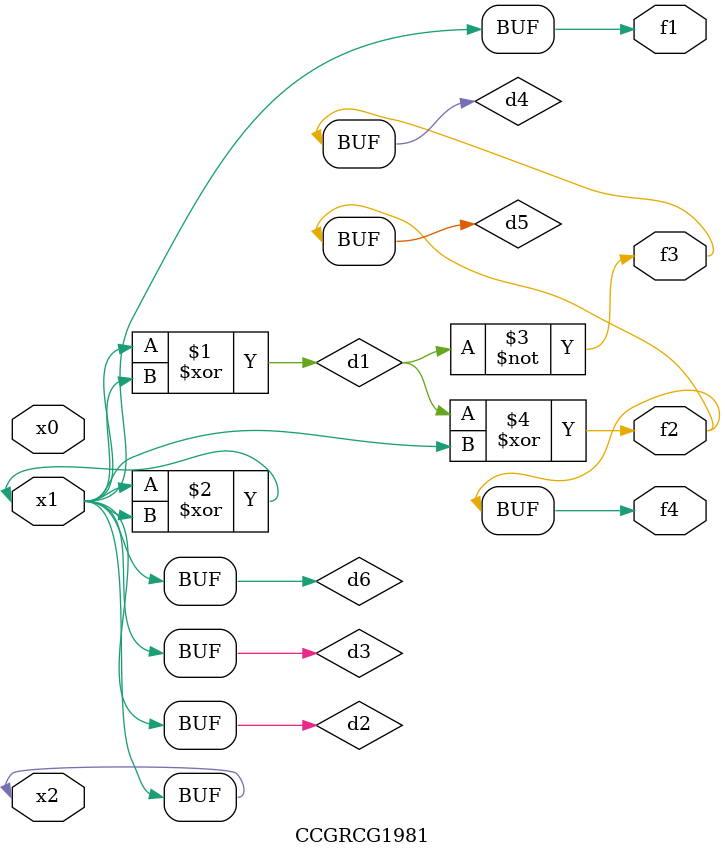
<source format=v>
module CCGRCG1981(
	input x0, x1, x2,
	output f1, f2, f3, f4
);

	wire d1, d2, d3, d4, d5, d6;

	xor (d1, x1, x2);
	buf (d2, x1, x2);
	xor (d3, x1, x2);
	nor (d4, d1);
	xor (d5, d1, d2);
	buf (d6, d2, d3);
	assign f1 = d6;
	assign f2 = d5;
	assign f3 = d4;
	assign f4 = d5;
endmodule

</source>
